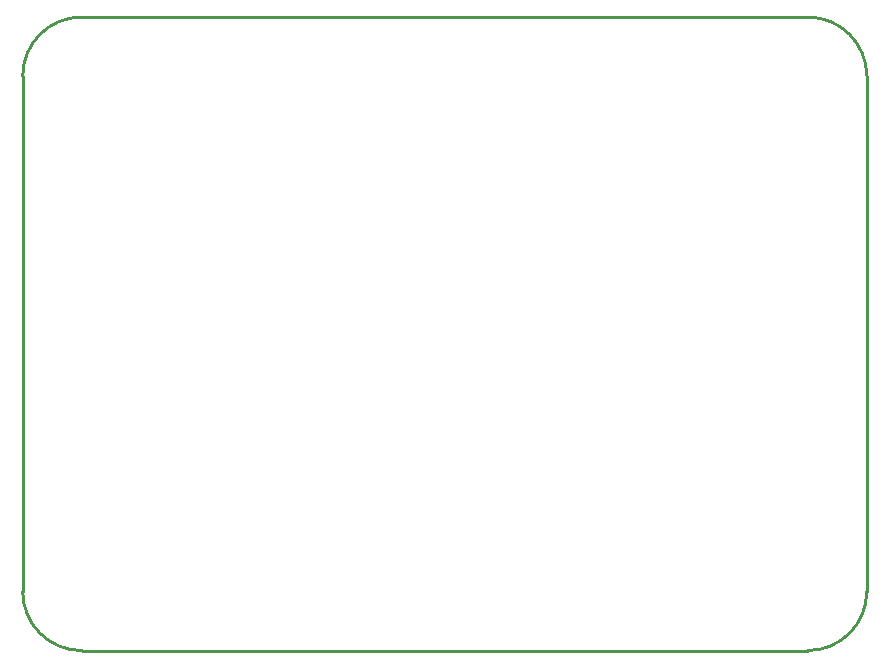
<source format=gko>
G04 Layer: BoardOutlineLayer*
G04 EasyEDA v6.5.44, 2024-07-11 22:25:44*
G04 45d6b8aa582043f790635ab3bd24865d,c9b9c57424e64463a8e00cf53a76285a,10*
G04 Gerber Generator version 0.2*
G04 Scale: 100 percent, Rotated: No, Reflected: No *
G04 Dimensions in millimeters *
G04 leading zeros omitted , absolute positions ,4 integer and 5 decimal *
%FSLAX45Y45*%
%MOMM*%

%ADD10C,0.2540*%
D10*
X744598Y4449691D02*
G01*
X744598Y8813782D01*
X7391384Y3949692D02*
G01*
X1244597Y3949692D01*
X7891383Y8813782D02*
G01*
X7891383Y4449691D01*
X1244597Y9313781D02*
G01*
X7391384Y9313781D01*
G75*
G01*
X7391385Y9313781D02*
G02*
X7891384Y8813782I0J-499999D01*
G75*
G01*
X7891384Y4449691D02*
G02*
X7391385Y3949692I-499999J0D01*
G75*
G01*
X1244598Y3949692D02*
G02*
X744599Y4449691I0J499999D01*
G75*
G01*
X744599Y8813782D02*
G02*
X1244598Y9313781I499999J0D01*

%LPD*%
M02*

</source>
